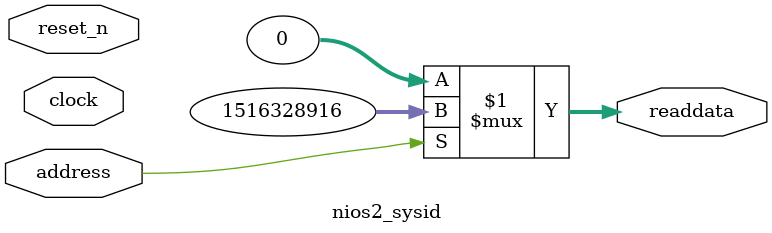
<source format=v>

`timescale 1ns / 1ps
// synthesis translate_on

// turn off superfluous verilog processor warnings 
// altera message_level Level1 
// altera message_off 10034 10035 10036 10037 10230 10240 10030 

module nios2_sysid (
               // inputs:
                address,
                clock,
                reset_n,

               // outputs:
                readdata
             )
;

  output  [ 31: 0] readdata;
  input            address;
  input            clock;
  input            reset_n;

  wire    [ 31: 0] readdata;
  //control_slave, which is an e_avalon_slave
  assign readdata = address ? 1516328916 : 0;

endmodule




</source>
